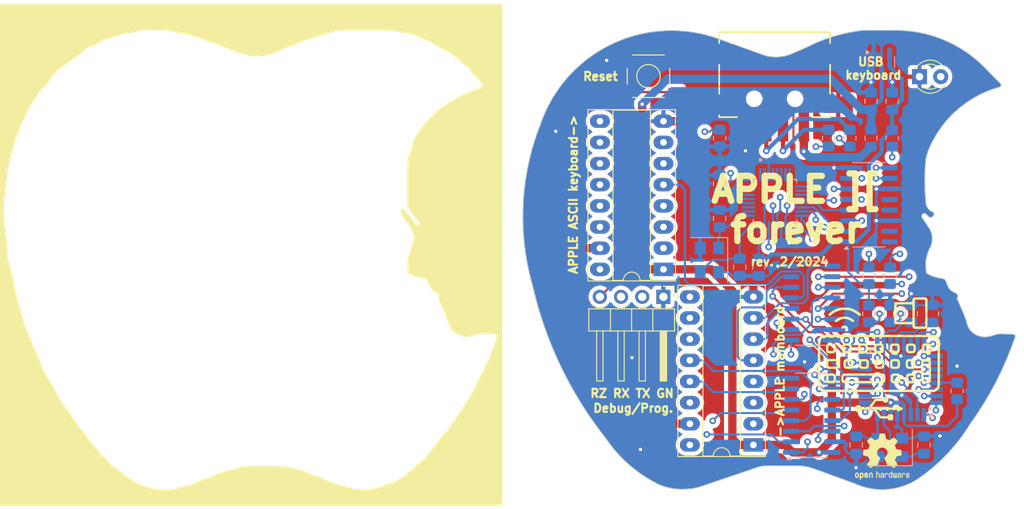
<source format=kicad_pcb>
(kicad_pcb (version 20240108) (generator "pcbnew") (generator_version "8.0")
  (title_block (comment 4 "AISLER Project ID: QHWLIVGQ"))
  (layers (0 "F.Cu" signal) (1 "In1.Cu" signal) (2 "In2.Cu" signal) (31 "B.Cu" signal) (34 "B.Paste" user) (35 "F.Paste" user) (36 "B.SilkS" user "B.Silkscreen") (37 "F.SilkS" user "F.Silkscreen") (38 "B.Mask" user) (39 "F.Mask" user) (44 "Edge.Cuts" user))
  (net 0 "")
  (net 1 "VCC")
  (net 2 "GND")
  (net 3 "+3V3")
  (net 4 "Net-(U7-VBCOMP)")
  (net 5 "Net-(U6-PB6{slash}XT1)")
  (net 6 "Net-(U6-PB7{slash}XT2)")
  (net 7 "Net-(U6-AREF)")
  (net 8 "Net-(U7-X0)")
  (net 9 "Net-(U7-X1)")
  (net 10 "Net-(D1-A)")
  (net 11 "Net-(J1-VBUS)")
  (net 12 "Net-(J1-D-)")
  (net 13 "Net-(J1-D+)")
  (net 14 "Net-(J2-Pin_2)")
  (net 15 "Net-(J2-Pin_3)")
  (net 16 "Net-(J2-Pin_4)")
  (net 17 "Net-(U3E-{slash}AB)")
  (net 18 "Net-(U7-D+)")
  (net 19 "Net-(U7-D-)")
  (net 20 "Net-(U6-SS{slash}PB2)")
  (net 21 "Net-(U6-PD7)")
  (net 22 "Net-(U6-PD6)")
  (net 23 "Net-(U6-PB1)")
  (net 24 "/KO.STRB")
  (net 25 "Net-(U1-{slash}RESET)")
  (net 27 "/KO.5")
  (net 28 "/KO.4")
  (net 29 "/KO.6")
  (net 31 "/KO.2")
  (net 32 "/KO.3")
  (net 33 "/KO.0")
  (net 34 "/KO.1")
  (net 36 "Net-(U1--12)")
  (net 38 "/KI.STRB")
  (net 40 "/KI.5")
  (net 41 "/KI.4")
  (net 42 "/KI.6")
  (net 44 "/KI.2")
  (net 45 "/KI.3")
  (net 46 "/KI.0")
  (net 47 "/KI.1")
  (net 50 "/KU.0")
  (net 51 "/KU.1")
  (net 52 "/KU.2")
  (net 53 "/KU.3")
  (net 54 "/KU.4")
  (net 55 "/KU.5")
  (net 56 "/KU.6")
  (net 57 "/KU.STRB")
  (net 58 "Net-(U7-SS)")
  (net 59 "Net-(U7-SCK)")
  (net 60 "Net-(U6-SCK{slash}PB5)")
  (net 61 "Net-(U7-MOSI)")
  (net 62 "Net-(U6-MOSI{slash}PB3)")
  (net 63 "Net-(U7-RES)")
  (net 68 "Net-(U6-PB0)")
  (net 69 "Net-(U6-MISO{slash}PB4)")
  (footprint "Symbol:OSHW-Logo2_7.3x6mm_SilkScreen" (layer "F.Cu") (at 197.6628 126.4412)
    (property "Reference" "REF**" (hide yes))
    (property "Value" "OSHW-Logo2_7.3x6mm_SilkScreen" (hide yes))
  )
  (footprint "Package_DIP:DIP-16_W7.62mm_Socket_LongPads" (layer "F.Cu") (at 171.418 103.954 180)
    (property "Reference" "U2" (hide yes))
    (property "Value" "KEYBOARD (IN)")
  )
  (footprint "LOGO" (layer "F.Cu") (at 197.104 117.5512)
    (property "Reference" "G***" (hide yes))
    (property "Value" "LOGO" (hide yes))
  )
  (footprint "Connector_PinHeader_2.54mm:PinHeader_1x04_P2.54mm_Horizontal" (layer "F.Cu") (at 171.408 107.256 -90)
    (property "Reference" "J2" (hide yes))
    (property "Value" "Debug" (hide yes))
  )
  (footprint "Apple:SW_PTS525SM15SMTR2LFS" (layer "F.Cu") (at 169.6212 80.772)
    (property "Reference" "SW1" (hide yes))
    (property "Value" "Reset" (hide yes))
  )
  (footprint "Package_DIP:DIP-16_W7.62mm_Socket_LongPads" (layer "F.Cu") (at 182.203 125.036 180)
    (property "Reference" "U1" (hide yes))
    (property "Value" "MAINBOARD (OUT)")
  )
  (footprint "LOGO" (layer "F.Cu") (at 121.92 102.176)
    (property "Reference" "G***" (hide yes))
    (property "Value" "LOGO" (hide yes))
  )
  (footprint "LED_THT:LED_D3.0mm" (layer "F.Cu") (at 202.1282 80.8228)
    (property "Reference" "D1" (hide yes))
    (property "Value" "LED" (hide yes))
  )
  (footprint "Apple:USB-A 629104190121" (layer "F.Cu") (at 184.753 80.586 180)
    (property "Reference" "J1" (hide yes))
    (property "Value" "USB-A 629104190121")
    (property "VALUE" "629104190121" (hide yes))
  )
  (footprint "Fuse:Fuse_0805_2012Metric_Pad1.15x1.40mm_HandSolder" (layer "B.Cu") (at 196.31 88.206 90)
    (property "Reference" "F1" (hide yes))
    (property "Value" "0.75A" (hide yes))
  )
  (footprint "Package_SO:SOIC-16_3.9x9.9mm_P1.27mm" (layer "B.Cu") (at 196.056 96.207)
    (property "Reference" "U5" (hide yes))
    (property "Value" "74x4050" (hide yes))
  )
  (footprint "Package_SO:SOIC-16_3.9x9.9mm_P1.27mm" (layer "B.Cu") (at 189.198 121.48)
    (property "Reference" "U3" (hide yes))
    (property "Value" "74x257" (hide yes))
  )
  (footprint "Capacitor_SMD:C_0805_2012Metric_Pad1.18x1.45mm_HandSolder" (layer "B.Cu") (at 182.848 103.7 90)
    (property "Reference" "C7" (hide yes))
    (property "Value" "100n" (hide yes))
  )
  (footprint "Resistor_SMD:R_0805_2012Metric_Pad1.20x1.40mm_HandSolder" (layer "B.Cu") (at 178.1556 88.1888 -90)
    (property "Reference" "R9" (hide yes))
    (property "Value" "2K2" (hide yes))
  )
  (footprint "Capacitor_SMD:C_0805_2012Metric_Pad1.18x1.45mm_HandSolder" (layer "B.Cu") (at 178.149 93.667 90)
    (property "Reference" "C3" (hide yes))
    (property "Value" "100n" (hide yes))
  )
  (footprint "Resistor_SMD:R_0805_2012Metric_Pad1.20x1.40mm_HandSolder" (layer "B.Cu") (at 198.596 109.288 90)
    (property "Reference" "R1" (hide yes))
    (property "Value" "2K2" (hide yes))
  )
  (footprint "Capacitor_SMD:C_0805_2012Metric_Pad1.18x1.45mm_HandSolder" (layer "B.Cu") (at 201.136 109.288 -90)
    (property "Reference" "C8" (hide yes))
    (property "Value" "100n" (hide yes))
  )
  (footprint "Apple:FA238" (layer "B.Cu") (at 198.596 125.29 180)
    (property "Reference" "Y2" (hide yes))
    (property "Value" "16Mhz" (hide yes))
  )
  (footprint "Capacitor_SMD:C_0805_2012Metric_Pad1.18x1.45mm_HandSolder" (layer "B.Cu") (at 202.66 125.036 90)
    (property "Reference" "C4" (hide yes))
    (property "Value" "22pF" (hide yes))
  )
  (footprint "Resistor_SMD:R_0805_2012Metric_Pad1.20x1.40mm_HandSolder" (layer "B.Cu") (at 191.23 88.206 -90)
    (property "Reference" "R3" (hide yes))
    (property "Value" "33" (hide yes))
  )
  (footprint "Apple:FA238" (layer "B.Cu") (at 176.879 102.811 -90)
    (property "Reference" "Y1" (hide yes))
    (property "Value" "12Mhz" (hide yes))
  )
  (footprint "Package_QFP:TQFP-32_7x7mm_P0.8mm" (layer "B.Cu") (at 199.866 117.162 90)
    (property "Reference" "U6" (hide yes))
    (property "Value" "ATMEGA328-TQFP" (hide yes))
  )
  (footprint "Package_SO:SOIC-16_3.9x9.9mm_P1.27mm" (layer "B.Cu") (at 189.198 108.018)
    (property "Reference" "U4" (hide yes))
    (property "Value" "74x257" (hide yes))
  )
  (footprint "Apple:max3421-TQFP" (layer "B.Cu") (at 184.789 95.763 -90)
    (property "Reference" "U7" (hide yes))
    (property "Value" "USB-Host Controller" (hide yes))
  )
  (footprint "Resistor_SMD:R_0805_2012Metric_Pad1.20x1.40mm_HandSolder" (layer "B.Cu") (at 198.596 104.716 -90)
    (property "Reference" "R7" (hide yes))
    (property "Value" "100" (hide yes))
  )
  (footprint "Capacitor_SMD:C_0805_2012Metric_Pad1.18x1.45mm_HandSolder" (layer "B.Cu") (at 198.85 83.761 90)
    (property "Reference" "C2" (hide yes))
    (property "Value" "10uF" (hide yes))
  )
  (footprint "Capacitor_SMD:C_0805_2012Metric_Pad1.18x1.45mm_HandSolder" (layer "B.Cu") (at 196.31 83.761 90)
    (property "Reference" "C1" (hide yes))
    (property "Value" "10uF" (hide yes))
  )
  (footprint "Resistor_SMD:R_0805_2012Metric_Pad1.20x1.40mm_HandSolder" (layer "B.Cu") (at 196.056 104.716 90)
    (property "Reference" "R4" (hide yes))
    (property "Value" "10k" (hide yes))
  )
  (footprint "Capacitor_SMD:C_0805_2012Metric_Pad1.18x1.45mm_HandSolder" (layer "B.Cu") (at 194.532 125.036 -90)
    (property "Reference" "C5" (hide yes))
    (property "Value" "22pF" (hide yes))
  )
  (footprint "Capacitor_SMD:C_0805_2012Metric_Pad1.18x1.45mm_HandSolder" (layer "B.Cu") (at 178.149 97.858 90)
    (property "Reference" "C9" (hide yes))
    (property "Value" "18pF" (hide yes))
  )
  (footprint "Package_TO_SOT_SMD:SOT-23" (layer "B.Cu") (at 197.58 79.062 -90)
    (property "Reference" "U8" (hide yes))
    (property "Value" "MCP1700x-3V3" (hide yes))
  )
  (footprint "Capacitor_SMD:C_0805_2012Metric_Pad1.18x1.45mm_HandSolder" (layer "B.Cu") (at 180.562 103.7 -90)
    (property "Reference" "C10" (hide yes))
    (property "Value" "18pF" (hide yes))
  )
  (footprint "Resistor_SMD:R_0805_2012Metric_Pad1.20x1.40mm_HandSolder" (layer "B.Cu") (at 206.629 118.559 90)
    (property "Reference" "R6" (hide yes))
    (property "Value" "10k" (hide yes))
  )
  (footprint "Resistor_SMD:R_0805_2012Metric_Pad1.20x1.40mm_HandSolder" (layer "B.Cu") (at 193.77 88.206 -90)
    (property "Reference" "R2" (hide yes))
    (property "Value" "33" (hide yes))
  )
  (footprint "Capacitor_SMD:C_0805_2012Metric_Pad1.18x1.45mm_HandSolder" (layer "B.Cu") (at 203.676 109.288 -90)
    (property "Reference" "C6" (hide yes))
    (property "Value" "100n" (hide yes))
  )
  (footprint "Resistor_SMD:R_0805_2012Metric_Pad1.20x1.40mm_HandSolder" (layer "B.Cu") (at 198.85 88.206 -90)
    (property "Reference" "R8" (hide yes))
    (property "Value" "2K2" (hide yes))
  )
  (footprint "Resistor_SMD:R_0805_2012Metric_Pad1.20x1.40mm_HandSolder" (layer "B.Cu") (at 196.056 109.288 -90)
    (property "Reference" "R5" (hide yes))
    (property "Value" "10k" (hide yes))
  )
  (gr_arc (start 187.448005 127.557622) (mid 188.52233 127.646803) (end 189.557999 127.946) (stroke (width 0.1)) (layer "Edge.Cuts"))
  (gr_arc (start 209.309675 111.949486) (mid 208.319914 111.365109) (end 207.808 110.336) (stroke (width 0.1)) (layer "Edge.Cuts"))
  (gr_arc (start 164.508 124.266) (mid 159.091735 115.596189) (end 155.718751 105.946085) (stroke (width 0.1)) (layer "Edge.Cuts"))
  (gr_arc (start 155.718751 105.946085) (mid 154.581047 96.137621) (end 156.673707 86.487694) (stroke (width 0.1)) (layer "Edge.Cuts"))
  (gr_arc (start 206.478 106.806) (mid 206.711579 107.093196) (end 206.638 107.456) (stroke (width 0.1)) (layer "Edge.Cuts"))
  (gr_line (start 203.118 98.756) (end 202.436921 97.715856) (stroke (width 0.1)) (layer "Edge.Cuts"))
  (gr_arc (start 204.822396 105.026399) (mid 205.049205 105.100226) (end 205.238 105.246) (stroke (width 0.1)) (layer "Edge.Cuts"))
  (gr_line (start 212.028657 111.693467) (end 213.338 111.726) (stroke (width 0.1)) (layer "Edge.Cuts"))
  (gr_arc (start 202.436921 97.715856) (mid 202.48387 97.373685) (end 202.81 97.26) (stroke (width 0.1)) (layer "Edge.Cuts"))
  (gr_arc (start 199.318 75.252) (mid 205.360721 76.534044) (end 210.361669 80.160149) (stroke (width 0.1)) (layer "Edge.Cuts"))
  (gr_arc (start 203.83 97.11) (mid 203.752073 97.587457) (end 203.286293 97.718176) (stroke (width 0.1)) (layer "Edge.Cuts"))
  (gr_arc (start 211.877868 81.676348) (mid 211.896799 81.919967) (end 211.725268 82.093996) (stroke (width 0.1)) (layer "Edge.Cuts"))
  (gr_arc (start 202.898 95.87) (mid 202.78 93.283) (end 202.898 90.696) (stroke (width 0.1)) (layer "Edge.Cuts"))
  (gr_arc (start 213.338 111.726) (mid 213.565987 111.829275) (end 213.608 112.076) (stroke (width 0.1)) (layer "Edge.Cuts"))
  (gr_line (start 203.058 97.476) (end 202.81 97.26) (stroke (width 0.1)) (layer "Edge.Cuts"))
  (gr_line (start 183.539229 78.247436) (end 177.738 76.166) (stroke (width 0.1)) (layer "Edge.Cuts"))
  (gr_arc (start 203.83 97.11) (mid 203.164193 96.640178) (end 202.898 95.87) (stroke (width 0.1)) (layer "Edge.Cuts"))
  (gr_line (start 187.448005 127.557622) (end 183.798 127.556) (stroke (width 0.1)) (layer "Edge.Cuts"))
  (gr_arc (start 208.24264 122.471962) (mid 205.538314 126.030472) (end 202.168 128.966) (stroke (width 0.1)) (layer "Edge.Cuts"))
  (gr_arc (start 213.608 112.076001) (mid 211.307522 117.471236) (end 208.24264 122.471962) (stroke (width 0.1)) (layer "Edge.Cuts"))
  (gr_line (start 205.238 105.246) (end 205.548 105.976) (stroke (width 0.1)) (layer "Edge.Cuts"))
  (gr_arc (start 186.858 78.036) (mid 185.21741 78.436738) (end 183.539229 78.247436) (stroke (width 0.1)) (layer "Edge.Cuts"))
  (gr_line (start 203.286293 97.718176) (end 203.058 97.476) (stroke (width 0.1)) (layer "Edge.Cuts"))
  (gr_line (start 202.928 104.006) (end 202.958 104.396) (stroke (width 0.1)) (layer "Edge.Cuts"))
  (gr_line (start 175.737999 130.096) (end 182.286859 127.873396) (stroke (width 0.1)) (layer "Edge.Cuts"))
  (gr_arc (start 175.737999 130.096) (mid 173.257683 130.361009) (end 170.829871 129.788385) (stroke (width 0.1)) (layer "Edge.Cuts"))
  (gr_arc (start 203.118 98.756) (mid 203.657574 100.090703) (end 203.334476 101.49362) (stroke (width 0.1)) (layer "Edge.Cuts"))
  (gr_line (start 203.163427 89.764109) (end 202.898 90.696) (stroke (width 0.1)) (layer "Edge.Cuts"))
  (gr_arc (start 202.928 104.006) (mid 202.946981 102.720001) (end 203.334476 101.49362) (stroke (width 0.1)) (layer "Edge.Cuts"))
  (gr_arc (start 203.163427 89.764109) (mid 206.543436 84.923398) (end 211.725268 82.093996) (stroke (width 0.1)) (layer "Edge.Cuts"))
  (gr_arc (start 170.82987 129.788384) (mid 167.309592 127.438558) (end 164.508 124.266) (stroke (width 0.1)) (layer "Edge.Cuts"))
  (gr_arc (start 156.673707 86.487694) (mid 165.071298 76.970689) (end 177.738 76.166) (stroke (width 0.1)) (layer "Edge.Cuts"))
  (gr_line (start 211.138001 111.816) (end 210.628 111.956) (stroke (width 0.1)) (layer "Edge.Cuts"))
  (gr_line (start 207.808 110.336) (end 207.558 109.576) (stroke (width 0.1)) (layer "Edge.Cuts"))
  (gr_arc (start 202.168 128.966) (mid 198.389734 130.374044) (end 194.412677 129.71001) (stroke (width 0.1)) (layer "Edge.Cuts"))
  (gr_line (start 211.877868 81.676348) (end 210.361669 80.160149) (stroke (width 0.1)) (layer "Edge.Cuts"))
  (gr_arc (start 206.306396 106.712234) (mid 205.851832 106.421753) (end 205.548 105.976) (stroke (width 0.1)) (layer "Edge.Cuts"))
  (gr_arc (start 211.138001 111.816) (mid 211.576464 111.704833) (end 212.028657 111.693467) (stroke (width 0.1)) (layer "Edge.Cuts"))
  (gr_arc (start 210.628 111.956) (mid 209.968325 112.05647) (end 209.309675 111.949486) (stroke (width 0.1)) (layer "Edge.Cuts"))
  (gr_line (start 206.306396 106.712234) (end 206.478 106.806) (stroke (width 0.1)) (layer "Edge.Cuts"))
  (gr_arc (start 182.286859 127.873396) (mid 183.027494 127.64359) (end 183.797999 127.556) (stroke (width 0.1)) (layer "Edge.Cuts"))
  (gr_line (start 206.638 107.456) (end 207.558 109.576) (stroke (width 0.1)) (layer "Edge.Cuts"))
  (gr_line (start 194.412677 129.71001) (end 189.557999 127.946) (stroke (width 0.1)) (layer "Edge.Cuts"))
  (gr_arc (start 188.786615 77.184223) (mid 191.976536 75.927359) (end 195.337964 75.252) (stroke (width 0.1)) (layer "Edge.Cuts"))
  (gr_line (start 186.858 78.036) (end 188.786615 77.184223) (stroke (width 0.1)) (layer "Edge.Cuts"))
  (gr_arc (start 204.822396 105.026399) (mid 203.852107 104.823856) (end 202.958 104.396) (stroke (width 0.1)) (layer "Edge.Cuts"))
  (gr_line (start 199.318 75.252) (end 195.337964 75.252) (stroke (width 0.1)) (layer "Edge.Cuts"))
  (gr_text "rev. 2/2024" (at 181.737 103.632 0) (layer "F.SilkS") (effects (font (size 1 1) (thickness 0.25) (bold yes)) (justify left bottom)))
  (gr_text "APPLE ASCII keyboard->" (at 161.1884 104.648 90) (layer "F.SilkS") (effects (font (size 1 1) (thickness 0.25) (bold yes)) (justify left bottom)))
  (gr_text "RZ RX TX GN" (at 162.5092 119.4308 0) (layer "F.SilkS") (effects (font (size 1 1) (thickness 0.25) (bold yes)) (justify left bottom)))
  (gr_text "  USB \nkeyboard" (at 193.0908 81.2292 0) (layer "F.SilkS") (effects (font (size 1 1) (thickness 0.25) (bold yes)) (justify left bottom)))
  (gr_text "APPLE ][\n forever" (at 176.784 100.965 0) (layer "F.SilkS") (effects (font (size 3 3) (thickness 0.75) (bold yes)) (justify left bottom)))
  (gr_text "Debug/Prog." (at 162.8648 121.2088 0) (layer "F.SilkS") (effects (font (size 1 1) (thickness 0.25) (bold yes)) (justify left bottom)))
  (gr_text "Reset" (at 161.6456 81.3816 0) (layer "F.SilkS") (effects (font (size 1 1) (thickness 0.25) (bold yes)) (justify left bottom)))
  (gr_text "->APPLE mainboard" (at 185.9788 124.206 90) (layer "F.SilkS") (effects (font (size 1 1) (thickness 0.25) (bold yes)) (justify left bottom)))
  (segment (start 191.611 124.401) (end 191.611 119.956) (width 1) (layer "F.Cu") (net 1))
  (segment (start 191.611 119.956) (end 191.611 113.987) (width 1) (layer "F.Cu") (net 1))
  (segment (start 182.203 125.036) (end 180.408 125.036) (width 1) (layer "F.Cu") (net 1))
  (segment (start 190.087 125.925) (end 186.912 125.925) (width 1) (layer "F.Cu") (net 1))
  (segment (start 168.8592 84.1248) (end 168.8592 103.2256) (width 1) (layer "F.Cu") (net 1))
  (segment (start 180.408 125.036) (end 179.6796 124.3076) (width 1) (layer "F.Cu") (net 1))
  (segment (start 168.8592 103.2256) (end 169.5876 103.954) (width 1) (layer "F.Cu") (net 1))
  (segment (start 198.666 119.956) (end 191.611 119.956) (width 1) (layer "F.Cu") (net 1))
  (segment (start 191.611 113.987) (end 190.087 112.463) (width 1) (layer "F.Cu") (net 1))
  (segment (start 169.5876 103.954) (end 171.418 103.954) (width 1) (layer "F.Cu") (net 1))
  (segment (start 186.912 125.925) (end 186.023 125.036) (width 1) (layer "F.Cu") (net 1))
  (segment (start 177.106 103.954) (end 171.418 103.954) (width 1) (layer "F.Cu") (net 1))
  (segment (start 179.6796 106.5276) (end 177.106 103.954) (width 1) (layer "F.Cu") (net 1))
  (segment (start 179.6796 124.3076) (end 179.6796 106.5276) (width 1) (layer "F.Cu") (net 1))
  (segment (start 186.023 125.036) (end 182.203 125.036) (width 1) (layer "F.Cu") (net 1))
  (segment (start 190.087 125.925) (end 191.611 124.401) (width 1) (layer "F.Cu") (net 1))
  (via (at 168.8592 84.1248) (size 0.8) (drill 0.4) (layers "F.Cu" "B.Cu") (net 1))
  (via (at 190.087 112.463) (size 0.8) (drill 0.4) (layers "F.Cu" "B.Cu") (net 1))
  (via (at 190.087 125.925) (size 0.8) (drill 0.4) (layers "F.Cu" "B.Cu") (net 1))
  (via (at 198.666 119.956) (size 0.8) (drill 0.4) (layers "F.Cu" "B.Cu") (net 1))
  (segment (start 198.666 121.412) (end 198.666 119.956) (width 0.5) (layer "B.Cu") (net 1))
  (segment (start 199.195 111.32) (end 200.1895 110.3255) (width 0.25) (layer "B.Cu") (net 1))
  (segment (start 197.866 119.156) (end 198.666 119.956) (width 0.25) (layer "B.Cu") (net 1))
  (segment (start 196.31 84.7985) (end 196.31 87.181) (width 1) (layer "B.Cu") (net 1))
  (segment (start 200.266 122.462) (end 200.554 122.75) (width 0.25) (layer "B.Cu") (net 1))
  (segment (start 200.266 121.412) (end 200.266 122.462) (width 0.25) (layer "B.Cu") (net 1))
  (segment (start 199.985 119.956) (end 200.266 120.237) (width 0.5) (layer "B.Cu") (net 1))
  (segment (start 200.554 122.75) (end 205.454 122.75) (width 0.25) (layer "B.Cu") (net 1))
  (segment (start 198.666 119.956) (end 199.985 119.956) (width 0.5) (layer "B.Cu") (net 1))
  (segment (start 198.408 111.32) (end 199.195 111.32) (width 0.25) (layer "B.Cu") (net 1))
  (segment (start 200.266 121.412) (end 200.266 120.356) (width 0.5) (layer "B.Cu") (net 1))
  (segment (start 191.673 125.925) (end 190.087 125.925) (width 0.5) (layer "B.Cu") (net 1))
  (segment (start 200.266 120.356) (end 200.266 121.412) (width 0.5) (layer "B.Cu") (net 1))
  (segment (start 171.9072 81.0768) (end 191.4652 81.0768) (width 1) (layer "B.Cu") (net 1))
  (segment (start 197.866 112.912) (end 197.866 119.156) (width 0.25) (layer "B.Cu") (net 1))
  (segment (start 197.866 112.912) (end 197.866 111.862) (width 0.25) (layer "B.Cu") (net 1))
  (segment (start 195.1869 84.7985) (end 196.31 84.7985) (width 1) (layer "B.Cu") (net 1))
  (segment (start 197.58 83.5285) (end 196.31 84.7985) (width 0.5) (layer "B.Cu") (net 1))
  (segment (start 205.454 122.75) (end 206.629 121.575) (width 0.25) (layer "B.Cu") (net 1))
  (segment (start 200.1895 110.3255) (end 201.136 110.3255) (width 0.25) (layer "B.Cu") (net 1))
  (segment (start 190.087 112.463) (end 191.673 112.463) (width 0.5) (layer "B.Cu") (net 1))
  (segment (start 197.58 79.9995) (end 197.58 83.5285) (width 0.5) (layer "B.Cu") (net 1))
  (segment (start 191.4652 81.0768) (end 195.1869 84.7985) (width 1) (layer "B.Cu") (net 1))
  (segment (start 168.8592 84.1248) (end 171.9072 81.0768) (width 1) (layer "B.Cu") (net 1))
  (segment (start 206.629 121.575) (end 206.629 119.559) (width 0.25) (layer "B.Cu") (net 1))
  (segment (start 200.266 120.237) (end 200.266 120.356) (width 0.5) (layer "B.Cu") (net 1))
  (segment (start 197.866 111.862) (end 198.408 111.32) (width 0.25) (layer "B.Cu") (net 1))
  (segment (start 181.253 86.866) (end 181.253 89.73) (width 1) (layer "F.Cu") (net 2))
  (segment (start 173.0928 86.174) (end 171.418 86.174) (width 1) (layer "F.Cu") (net 2))
  (segment (start 186.368 117.035) (end 185.134 117.035) (width 1) (layer "F.Cu") (net 2))
  (segment (start 164.6124 78.872) (end 166.4212 78.872) (width 0.25) (layer "F.Cu") (net 2))
  (segment (start 178.149 91.2302) (end 173.0928 86.174) (width 1) (layer "F.Cu") (net 2))
  (segment (start 164.6124 78.872) (end 164.6836 78.9432) (width 0.25) (layer "F.Cu") (net 2))
  (segment (start 182.203 107.256) (end 182.203 105.876) (width 1) (layer "F.Cu") (net 2))
  (segment (start 182.203 105.876) (end 178.149 101.822) (width 1) (layer "F.Cu") (net 2))
  (segment (start 188.341 115.062) (end 186.368 117.035) (width 1) (layer "F.Cu") (net 2))
  (segment (start 178.149 101.822) (end 178.149 91.2302) (width 1) (layer "F.Cu") (net 2))
  (via (at 158.496 87.376) (size 0.8) (drill 0.4) (layers "F.Cu" "B.Cu") (net 2))
  (via (at 185.134 103.573) (size 0.8) (drill 0.4) (layers "F.Cu" "B.Cu") (net 2))
  (via (at 204.5716 123.952) (size 0.8) (drill 0.4) (layers "F.Cu" "B.Cu") (net 2))
  (via (at 199.898 114.368) (size 0.8) (drill 0.4) (layers "F.Cu" "B.Cu") (net 2))
  (via (at 167.64 114.554) (size 0.8) (drill 0.4) (layers "F.Cu" "B.Cu") (net 2))
  (via (at 194.5132 127.762) (size 0.8) (drill 0.4) (layers "F.Cu" "B.Cu") (net 2))
  (via (at 206.629 115.57) (size 0.8) (drill 0.4) (layers "F.Cu" "B.Cu") (net 2))
  (via (at 188.341 115.062) (size 0.8) (drill 0.4) (layers "F.Cu" "B.Cu") (net 2))
  (via (at 185.134 117.035) (size 0.8) (drill 0.4) (layers "F.Cu" "B.Cu") (net 2))
  (via (at 186.4868 100.7872) (size 0.8) (drill 0.4) (layers "F.Cu" "B.Cu") (net 2))
  (via (at 198.85 81.475) (size 0.8) (drill 0.4) (layers "F.Cu" "B.Cu") (net 2))
  (via (at 191.865 91.762) (size 0.8) (drill 0.4) (layers "F.Cu" "B.Cu") (net 2))
  (via (at 199.993 119.067) (size 0.8) (drill 0.4) (layers "F.Cu" "B.Cu") (net 2))
  (via (at 164.6124 78.872) (size 0.8) (drill 0.4) (layers "F.Cu" "B.Cu") (net 2))
  (via (at 181.253 89.73) (size 0.8) (drill 0.4) (layers "F.Cu" "B.Cu") (net 2))
  (via (at 168.656 125.5776) (size 0.8) (drill 0.4) (layers "F.Cu" "B.Cu") (net 2))
  (via (at 196.945 98.112) (size 0.8) (drill 0.4) (layers "F.Cu" "B.Cu") (net 2))
  (via (at 196.31 81.475) (size 0.8) (drill 0.4) (layers "F.Cu" "B.Cu") (net 2))
  (via (at 201.136 106.875) (size 0.8) (drill 0.4) (layers "F.Cu" "B.Cu") (net 2))
  (via (at 196.945 94.302) (size 0.8) (drill 0.4) (layers "F.Cu" "B.Cu") (net 2))
  (via (at 193.389 111.193) (size 0.8) (drill 0.4) (layers "F.Cu" "B.Cu") (net 2))
  (segment (start 195.442 126.074) (end 195.8 126.431) (width 0.25) (layer "B.Cu") (net 2))
  (segment (start 201.1365 108.25) (end 201.136 108.25) (width 0.25) (layer "B.Cu") (net 2))
  (segment (start 185.134 103.573) (end 183.97 104.738) (width 0.25) (layer "B.Cu") (net 2))
  (segment (start 193.262 125.671) (end 193.262 125.036) (width 0.25) (layer "B.Cu") (net 2))
  (segment (start 192.881 124.655) (end 191.673 124.655) (width 0.25) (layer "B.Cu") (net 2))
  (segment (start 193.262 125.036) (end 192.881 124.655) (width 0.25) (layer "B.Cu") (net 2))
  (segment (start 198.85 82.7235) (end 198.85 81.475) (width 0.5) (layer "B.Cu") (net 2))
  (segment (start 176.6824 92.6295) (end 176.6824 96.842) (width 0.25) (layer "B.Cu") (net 2))
  (segment (start 201.136 108.25) (end 198.634 108.25) (width 0.25) (layer "B.Cu") (net 2))
  (segment (start 191.673 111.193) (end 193.389 111.193) (width 0.25) (layer "B.Cu") (net 2))
  (segment (start 196.63 78.1245) (end 196.63 79.5675) (width 0.5) (layer "B.Cu") (net 2))
  (segment (start 198.531 94.302) (end 196.945 94.302) (width 0.25) (layer "B.Cu") (net 2))
  (segment (start 176.6824 96.842) (end 176.7039 96.8205) (width 0.25) (layer "B.Cu") (net 2))
  (segment (start 175.82 99.9224) (end 175.82 101.394) (width 0.25) (layer "B.Cu") (net 2))
  (segment (start 198.634 108.25) (end 198.596 108.288) (width 0.25) (layer "B.Cu") (net 2))
  (segment (start 202.6605 123.998) (end 201.666 123.998) (width 0.25) (layer "B.Cu") (net 2))
  (segment (start 201.433 124.231) (end 200.013 124.231) (width 0.25) (layer "B.Cu") (net 2))
  (segment (start 196.63 79.5675) (end 196.31 79.8875) (width 0.5) (layer "B.Cu") (net 2))
  (segment (start 178.149 92.6295) (end 176.6824 92.6295) (width 0.25) (layer "B.Cu") (net 2))
  (segment (start 183.7944 90.932) (end 182.455 90.932) (width 0.25) (layer "B.Cu") (net 2))
  (segment (start 202.6605 123.998) (end 202.66 123.9985) (width 0.25) (layer "B.Cu") (net 2))
  (segment (start 176.7039 96.8205) (end 178.149 96.8205) (width 0.25) (layer "B.Cu") (net 2))
  (segment (start 196.31 82.7235) (end 196.31 81.475) (width 0.5) (layer "B.Cu") (net 2))
  (segment (start 183.97 104.738) (end 182.8475 104.738) (width 0.25) (layer "B.Cu") (net 2))
  (segment (start 182.455 90.932) (end 181.253 89.73) (width 0.25) (layer "B.Cu") (net 2))
  (segment (start 199.993 119.067) (end 201.066 120.14) (width 0.25) (layer "B.Cu") (net 2))
  (segment (start 193.664 126.074) (end 193.262 125.671) (width 0.25) (layer "B.Cu") (net 2))
  (segment (start 179.251 104.294) (end 178.02 104.294) (width 0.25) (layer "B.Cu") (net 2))
  (segment (start 199.466 121.412) (end 199.466 122.604) (width 0.25) (layer "B.Cu") (net 2))
  (segment (start 184.039 91.1766) (end 183.7944 90.932) (width 0.25) (layer "B.Cu") (net 2))
  (segment (start 200.266 114) (end 200.266 112.912) (width 0.25) (layer "B.Cu") (net 2))
  (segment (start 201.666 123.998) (end 201.433 124.231) (width 0.25) (layer "B.Cu") (net 2))
  (segment (start 193.581 91.762) (end 191.865 91.762) (width 0.25) (layer "B.Cu") (net 2))
  (segment (start 194.5132 127.762) (end 194.532 127.7432) (width 0.25) (layer "B.Cu") (net 2))
  (segment (start 201.1365 108.25) (end 201.136 108.2505) (width 0.25) (layer "B.Cu") (net 2))
  (segment (start 204.5716 123.952) (end 204.5256 123.998) (width 0.25) (layer "B.Cu") (net 2))
  (segment (start 179.694 104.738) (end 179.251 104.294) (width 0.25) (layer "B.Cu") (net 2))
  (segment (start 199.466 122.604) (end 200.013 123.151) (width 0.25) (layer "B.Cu") (net 2))
  (segment (start 198.531 98.112) (end 196.945 98.112) (width 0.25) (layer "B.Cu") (net 2))
  (segment (start 180.5625 104.738) (end 180.562 104.7375) (width 0.25) (layer "B.Cu") (net 2))
  (segment (start 180.5625 104.738) (end 179.694 104.738) (width 0.25) (layer "B.Cu") (net 2))
  (segment (start 194.532 127.7432) (end 194.532 126.074) (width 0.25) (layer "B.Cu") (net 2))
  (segment (start 176.6824 96.842) (end 176.6824 99.06) (width 0.25) (layer "B.Cu") (net 2))
  (segment (start 194.5325 126.074) (end 195.442 126.074) (width 0.25) (layer "B.Cu") (net 2))
  (segment (start 203.6755 108.25) (end 201.1365 108.25) (width 0.25) (layer "B.Cu") (net 2))
  (segment (start 184.039 92.583) (end 184.039 91.1766) (width 0.25) (layer "B.Cu") (net 2))
  (segment (start 201.066 120.14) (end 201.066 121.412) (width 0.25) (layer "B.Cu") (net 2))
  (segment (start 194.532 126.074) (end 193.664 126.074) (width 0.25) (layer "B.Cu") (net 2))
  (segment (start 178.149 92.6295) (end 178.149 91.5482) (width 0.25) (layer "B.Cu") (net 2))
  (segment (start 176.6824 99.06) (end 175.82 99.9224) (width 0.25) (layer "B.Cu") (net 2))
  (segment (start 182.8475 104.738) (end 182.848 104.7375) (width 0.25) (layer "B.Cu") (net 2))
  (segment (start 204.5256 123.998) (end 202.6605 123.998) (width 0.25) (layer "B.Cu") (net 2))
  (segment (start 186.723 103.573) (end 185.134 103.573) (width 0.25) (layer "B.Cu") (net 2))
  (segment (start 178.149 91.5482) (end 179.9672 89.73) (width 0.25) (layer "B.Cu") (net 2))
  (segment (start 201.136 108.25) (end 201.136 106.875) (width 0.25) (layer "B.Cu") (net 2))
  (segment (start 186.4868 100.7872) (end 185.7756 100.7872) (width 0.25) (layer "B.Cu") (net 2))
  (segment (start 195.8 126.431) (end 197.113 126.431) (width 0.25) (layer "B.Cu") (net 2))
  (segment (start 200.013 123.151) (end 200.013 124.231) (width 0.25) (layer "B.Cu") (net 2))
  (segment (start 203.676 108.25) (end 203.6755 108.25) (width 0.25) (layer "B.Cu") (net 2))
  (segment (start 185.7756 100.7872) (end 185.539 100.5506) (width 0.25) (layer "B.Cu") (net 2))
  (segment (start 196.31 79.8875) (end 196.31 81.475) (width 0.5) (layer "B.Cu") (net 2))
  (segment (start 179.9672 89.73) (end 181.253 89.73) (width 0.25) (layer "B.Cu") (net 2))
  (segment (start 185.134 117.035) (end 186.723 117.035) (width 0.25) (layer "B.Cu") (net 2))
  (segment (start 194.5325 126.074) (end 194.532 126.0735) (width 0.25) (layer "B.Cu") (net 2))
  (segment (start 185.539 100.5506) (end 185.539 98.943) (width 0.25) (layer "B.Cu") (net 2))
  (segment (start 194.532 126.074) (end 194.5325 126.074) (width 0.25) (layer "B.Cu") (net 2))
  (segment (start 182.8475 104.738) (end 180.5625 104.738) (width 0.25) (layer "B.Cu") (net 2))
  (segment (start 199.898 114.368) (end 200.266 114) (width 0.25) (layer "B.Cu") (net 2))
  (segment (start 203.6755 108.25) (end 203.676 108.2505) (width 0.25) (layer "B.Cu") (net 2))
  (segment (start 191.865 100.652) (end 190.341 102.176) (width 0.5) (layer "B.Cu") (net 3))
  (segment (start 198.53 79.631) (end 200.025 81.126) (width 0.5) (layer "B.Cu") (net 3))
  (segment (start 196.056 105.716) (end 196.056 108.288) (width 0.25) (layer "B.Cu") (net 3))
  (segment (start 197.58 89.857) (end 196.056 91.381) (width 0.5) (layer "B.Cu") (net 3))
  (segment (start 193.581 104.273) (end 193.581 100.652) (width 0.25) (layer "B.Cu") (net 3))
  (segment (start 182.8485 102.662) (end 182.848 102.662) (width 0.5) (layer "B.Cu") (net 3))
  (segment (start 195.024 105.716) (end 193.581 104.273) (width 0.25) (layer "B.Cu") (net 3))
  (segment (start 183.539 100.433) (end 182.848 101.124) (width 0.25) (layer "B.Cu") (net 3))
  (segment (start 183.886 102.662) (end 182.8485 102.662) (width 0.5) (layer "B.Cu") (net 3))
  (segment (start 200.025 83.6235) (end 198.85 84.7985) (width 0.5) (layer "B.Cu") (net 3))
  (segment (start 183.539 98.943) (end 183.539 92.583) (width 0.25) (layer "B.Cu") (net 3))
  (segment (start 194.532 100.652) (end 193.581 100.652) (width 0.5) (layer "B.Cu") (net 3))
  (segment (start 184.372 102.176) (end 183.886 102.662) (width 0.5) (layer "B.Cu") (net 3))
  (segment (start 198.53 78.1245) (end 198.53 79.631) (width 0.5) (layer "B.Cu") (net 3))
  (segment (start 198.85 87.206) (end 197.58 88.476) (width 0.5) (layer "B.Cu") (net 3))
  (segment (start 196.056 91.381) (end 196.056 99.128) (width 0.5) (layer "B.Cu") (net 3))
  (segment (start 193.581 100.652) (end 191.865 100.652) (width 0.5) (layer "B.Cu") (net 3))
  (segment (start 200.025 81.126) (end 200.025 83.6235) (width 0.5) (layer "B.Cu") (net 3))
  (segment (start 190.341 102.176) (end 184.372 102.176) (width 0.5) (layer "B.Cu") (net 3))
  (segment (start 182.848 101.124) (end 182.848 102.6625) (width 0.25) (layer "B.Cu") (net 3))
  (segment (start 197.58 88.476) (end 197.58 89.857) (width 0.5) (layer "B.Cu") (net 3))
  (segment (start 183.539 98.943) (end 183.539 100.433) (width 0.25) (layer "B.Cu") (net 3))
  (segment (start 196.056 105.716) (end 195.024 105.716) (width 0.25) (layer "B.Cu") (net 3))
  (segment (start 196.056 99.128) (end 194.532 100.652) (width 0.5) (layer "B.Cu") (net 3))
  (segment (start 198.85 84.7985) (end 198.85 87.206) (width 0.5) (layer "B.Cu") (net 3))
  (segment (start 182.8485 102.662) (end 182.848 102.6625) (width 0.25) (layer "B.Cu") (net 3))
  (via (at 179.474 92.4068) (size 0.8) (drill 0.4) (layers "F.Cu" "B.Cu") (net 4))
  (via (at 184.024095 101.268705) (size 0.8) (drill 0.4) (layers "F.Cu" "B.Cu") (net 4))
  (segment (start 184.039 98.943) (end 184.039 101.2538) (width 0.25) (layer "B.Cu") (net 4))
  (segment (start 178.149 94.7045) (end 178.254 94.7045) (width 0.25) (layer "B.Cu") (net 4))
  (segment (start 178.149 94.7045) (end 179.474 93.3795) (width 0.25) (layer "B.Cu") (net 4))
  (segment (start 179.474 93.3795) (end 179.474 92.4068) (width 0.25) (layer "B.Cu") (net 4))
  (segment (start 184.039 101.2538) (end 184.024095 101.268705) (width 0.25) (layer "B.Cu") (net 4))
  (segment (start 202.66 126.074) (end 202.6595 126.074) (width 0.25) (layer "B.Cu") (net 5))
  (segment (start 197.866 121.412) (end 197.866 122.655) (width 0.25) (layer "B.Cu") (net 5))
  (segment (start 197.866 122.655) (end 198.596 123.385) (width 0.25) (layer "B.Cu") (net 5))
  (segment (start 201.263 126.433) (end 201.261 126.431) (width 0.25) (layer "B.Cu") (net 5))
  (segment (start 202.6595 126.074) (end 202.66 126.0735) (width 0.25) (layer "B.Cu") (net 5))
  (segment (start 198.596 123.385) (end 198.596 125.014) (width 0.25) (layer "B.Cu") (net 5))
  (segment (start 201.261 126.431) (end 200.013 126.431) (width 0.25) (layer "B.Cu") (net 5))
  (segment (start 202.6595 126.074) (end 201.622 126.074) (width 0.25) (layer "B.Cu") (net 5))
  (segment (start 198.596 125.014) (end 200.013 126.431) (width 0.25) (layer "B.Cu") (net 5))
  (segment (start 201.622 126.074) (end 201.263 126.433) (width 0.25) (layer "B.Cu") (net 5))
  (segment (start 197.113 124.231) (end 197.113 122.918) (width 0.25) (layer "B.Cu") (net 6))
  (segment (start 194.532 123.998) (end 195.526 123.998) (width 0.25) (layer "B.Cu") (net 6))
  (segment (start 195.526 123.998) (end 195.759 124.231) (width 0.25) (layer "B.Cu") (net 6))
  (segment (start 194.532 123.8185) (end 194.532 123.9985) (width 0.25) (layer "B.Cu") (net 6))
  (segment (start 197.113 122.918) (end 197.066 122.871) (width 0.25) (layer "B.Cu") (net 6))
  (segment (start 194.532 123.8185) (end 194.532 123.998) (width 0.25) (layer "B.Cu") (net 6))
  (segment (start 197.066 122.871) (end 197.066 121.412) (width 0.25) (layer "B.Cu") (net 6))
  (segment (start 195.759 124.231) (end 197.113 124.231) (width 0.25) (layer "B.Cu") (net 6))
  (segment (start 194.532 123.639) (end 194.532 123.8185) (width 0.25) (layer "B.Cu") (net 6))
  (segment (start 201.588 111.506) (end 202.66 110.434) (width 0.25) (layer "B.Cu") (net 7))
  (segment (start 202.66 110.434) (end 202.66 110.431) (width 0.25) (layer "B.Cu") (net 7))
  (segment (start 199.466 111.974) (end 199.934 111.506) (width 0.25) (layer "B.Cu") (net 7))
  (segment (start 203.6755 110.326) (end 203.676 110.3255) (width 0.25) (layer "B.Cu") (net 7))
  (segment (start 202.766 110.326) (end 203.6755 110.326) (width 0.25) (layer "B.Cu") (net 7))
  (segment (start 202.66 110.431) (end 202.766 110.326) (width 0.25) (layer "B.Cu") (net 7))
  (segment (start 203.6755 110.326) (end 203.676 110.326) (width 0.25) (layer "B.Cu") (net 7))
  (segment (start 199.934 111.506) (end 201.588 111.506) (width 0.25) (layer "B.Cu") (net 7))
  (segment (start 199.466 112.912) (end 199.466 111.974) (width 0.25) (layer "B.Cu") (net 7))
  (segment (start 178.022 101.392) (end 178.022 100.144) (width 0.25) (layer "B.Cu") (net 8))
  (segment (start 180.5154 97.513) (end 179.1329 98.8955) (width 0.25) (layer "B.Cu") (net 8))
  (segment (start 178.022 100.144) (end 178.149 100.017) (width 0.25) (layer "B.Cu") (net 8))
  (segment (start 179.1329 98.8955) (end 178.149 98.8955) (width 0.25) (layer "B.Cu") (net 8))
  (segment (start 178.149 100.017) (end 178.149 98.8955) (width 0.25) (layer "B.Cu") (net 8))
  (segment (start 178.02 101.394) (end 178.022 101.392) (width 0.25) (layer "B.Cu") (net 8))
  (segment (start 181.609 97.513) (end 180.5154 97.513) (width 0.25) (layer "B.Cu") (net 8))
  (segment (start 180.5615 102.662) (end 180.562 102.6625) (width 0.25) (layer "B.Cu") (net 9))
  (segment (start 179.405 102.662) (end 180.5615 102.662) (width 0.25) (layer "B.Cu") (net 9))
  (segment (start 180.562 102.662) (end 180.5615 102.662) (width 0.25) (layer "B.Cu") (net 9))
  (segment (start 181.6762 98.943) (end 180.562 100.0572) (width 0.25) (layer "B.Cu") (net 9))
  (segment (start 183.039 98.943) (end 181.6762 98.943) (width 0.25) (layer "B.Cu") (net 9))
  (segment (start 180.562 100.0572) (end 180.562 102.662) (width 0.25) (layer "B.Cu") (net 9))
  (segment (start 175.82 104.294) (end 177.2948 102.8192) (width 0.25) (layer "B.Cu") (net 9))
  (segment (start 177.2948 102.8192) (end 179.2478 102.8192) (width 0.25) (layer "B.Cu") (net 9))
  (segment (start 179.2478 102.8192) (end 179.405 102.662) (width 0.25) (layer "B.Cu") (net 9))
  (via (at 199.771 102.108) (size 0.8) (drill 0.4) (layers "F.Cu" "B.Cu") (net 10))
  (segment (start 198.596 102.648) (end 198.596 103.716) (width 0.25) (layer "B.Cu") (net 10))
  (segment (start 199.771 102.108) (end 199.136 102.108) (width 0.25) (layer "B.Cu") (net 10))
  (segment (start 199.136 102.108) (end 198.596 102.648) (width 0.25) (layer "B.Cu") (net 10))
  (segment (start 188.253 89.801) (end 188.253 86.866) (width 1) (layer "F.Cu") (net 11))
  (via (at 188.253 89.801) (size 0.8) (drill 0.4) (layers "F.Cu" "B.Cu") (net 11))
  (segment (start 195.035 90.506) (end 196.31 89.231) (width 1) (layer "B.Cu") (net 11))
  (segment (start 188.958 90.506) (end 195.035 90.506) (width 1) (layer "B.Cu") (net 11))
  (segment (start 188.253 89.801) (end 188.958 90.506) (width 1) (layer "B.Cu") (net 11))
  (segment (start 185.753 89.73) (end 185.753 86.866) (width 0.5) (layer "F.Cu") (net 12))
  (via (at 185.753 89.73) (size 0.8) (drill 0.4) (layers "F.Cu" "B.Cu") (net 12))
  (segment (start 185.753 89.73) (end 188.277 87.206) (width 0.5) (layer "B.Cu") (net 12))
  (segment (start 188.277 87.206) (end 191.23 87.206) (width 0.5) (layer "B.Cu") (net 12))
  (segment (start 183.753 89.73) (end 183.753 86.866) (width 0.5) (layer "F.Cu") (net 13))
  (via (at 183.753 89.73) (size 0.8) (drill 0.4) (layers "F.Cu" "B.Cu") (net 13))
  (segment (start 187.5802 85.9028) (end 192.4668 85.9028) (width 0.5) (layer "B.Cu") (net 13))
  (segment (start 183.753 89.73) (end 187.5802 85.9028) (width 0.5) (layer "B.Cu") (net 13))
  (segment (start 192.4668 85.9028) (end 193.77 87.206) (width 0.5) (layer "B.Cu") (net 13))
  (via (at 202.692 119.162) (size 0.8) (drill 0.4) (layers "F.Cu" "B.Cu") (net 14))
  (segment (start 202.692 119.162) (end 204.116 119.162) (width 0.25) (layer "B.Cu") (net 14))
  (via (at 202.025 118.362) (size 0.8) (drill 0.4) (layers "F.Cu" "B.Cu") (net 15))
  (segment (start 202.025 118.362) (end 204.116 118.362) (width 0.25) (layer "B.Cu") (net 15))
  (segment (start 167.7416 83.6168) (end 168.6864 82.672) (width 0.25) (layer "F.Cu") (net 16))
  (segment (start 167.7416 103.3024) (end 167.7416 83.6168) (width 0.25) (layer "F.Cu") (net 16))
  (segment (start 172.8212 82.672) (end 168.6864 82.672) (width 0.25) (layer "F.Cu") (net 16))
  (segment (start 163.788 107.256) (end 167.7416 103.3024) (width 0.25) (layer "F.Cu") (net 16))
  (via (at 202.66 117.562) (size 0.8) (drill 0.4) (layers "F.Cu" "B.Cu") (net 16))
  (segment (start 206.626 117.562) (end 204.116 117.562) (width 0.25) (layer "B.Cu") (net 16))
  (segment (start 202.66 117.562) (end 204.116 117.562) (width 0.25) (layer "B.Cu") (net 16))
  (segment (start 206.629 117.559) (end 206.626 117.562) (width 0.25) (layer "B.Cu") (net 16))
  (via (at 199.866 109.288) (size 0.8) (drill 0.4) (layers "F.Cu" "B.Cu") (net 17))
  (via (at 186.7154 114.1604) (size 0.8) (drill 0.4) (layers "F.Cu" "B.Cu") (net 17))
  (via (at 195.616 121.056) (size 0.8) (drill 0.4) (layers "F.Cu" "B.Cu") (net 17))
  (via (at 188.69 124.655) (size 0.8) (drill 0.4) (layers "F.Cu" "B.Cu") (net 17))
  (segment (start 188.146 125.925) (end 186.723 125.925) (width 0.25) (layer "B.Cu") (net 17))
  (segment (start 199.465 110.288) (end 198.596 110.288) (width 0.25) (layer "B.Cu") (net 17))
  (segment (start 186.723 114.1528) (end 186.723 112.463) (width 0.25) (layer "B.Cu") (net 17))
  (segment (start 186.7154 114.1604) (end 186.723 114.1528) (width 0.25) (layer "B.Cu") (net 17))
  (segment (start 199.866 109.288) (end 199.866 109.887) (width 0.25) (layer "B.Cu") (net 17))
  (segment (start 188.69 125.381) (end 188.146 125.925) (width 0.25) (layer "B.Cu") (net 17))
  (segment (start 195.616 121.056) (end 195.616 119.962) (width 0.25) (layer "B.Cu") (net 17))
  (segment (start 199.866 109.887) (end 199.465 110.288) (width 0.25) (layer "B.Cu") (net 17))
  (segment (start 188.69 124.655) (end 188.69 125.381) (width 0.25) (layer "B.Cu") (net 17))
  (via (at 184.5564 96.3168) (size 0.8) (drill 0.4) (layers "F.Cu" "B.Cu") (net 18))
  (via (at 192.5 88.206) (size 0.8) (drill 0.4) (layers "F.Cu" "B.Cu") (net 18))
  (segment (start 193.77 89.206) (end 193.5 89.206) (width 0.25) (layer "B.Cu") (net 18))
  (segment (start 184.5564 96.3168) (end 184.539 96.3342) (width 0.25) (layer "B.Cu") (net 18))
  (segment (start 184.539 96.3342) (end 184.539 98.943) (width 0.25) (layer "B.Cu") (net 18))
  (segment (start 193.5 89.206) (end 192.5 88.206) (width 0.25) (layer "B.Cu") (net 18))
  (via (at 185.42 95.3008) (size 0.8) (drill 0.4) (layers "F.Cu" "B.Cu") (net 19))
  (via (at 189.706 89.222) (size 0.8) (drill 0.4) (layers "F.Cu" "B.Cu") (net 19))
  (segment (start 185.42 96.935705) (end 185.039 97.316705) (width 0.25) (layer "B.Cu") (net 19))
  (segment (start 191.23 89.206) (end 189.722 89.206) (width 0.25) (layer "B.Cu") (net 19))
  (segment (start 185.42 95.3008) (end 185.42 96.935705) (width 0.25) (layer "B.Cu") (net 19))
  (segment (start 185.039 97.316705) (end 185.039 98.943) (width 0.25) (layer "B.Cu") (net 19))
  (segment (start 189.722 89.206) (end 189.706 89.222) (width 0.25) (layer "B.Cu") (net 19))
  (via (at 196.056 102.108) (size 0.8) (drill 0.4) (layers "F.Cu" "B.Cu") (net 20))
  (via (at 195.206 98.112) (size 0.8) (drill 0.4) (layers "F.Cu" "B.Cu") (net 20))
  (via (at 197.0421 111.5005) (size 0.8) (drill 0.4) (layers "F.Cu" "B.Cu") (net 20))
  (segment (start 197.0421 111.5005) (end 194.6965 111.5005) (width 0.25) (layer "B.Cu") (net 20))
  (segment (start 193.581 98.112) (end 195.206 98.112) (width 0.25) (layer "B.Cu") (net 20))
  (segment (start 196.056 103.716) (end 196.056 102.108) (width 0.25) (layer "B.Cu") (net 20))
  (segment (start 193.3787 115.395) (end 193.9457 115.962) (width 0.25) (layer "B.Cu") (net 20))
  (segment (start 194.278 111.919) (end 194.278 112.673) (width 0.25) (layer "B.Cu") (net 20))
  (segment (start 193.3787 113.5723) (end 193.3787 115.395) (width 0.25) (layer "B.Cu") (net 20))
  (segment (start 193.9457 115.962) (end 195.616 115.962) (width 0.25) (layer "B.Cu") (net 20))
  (segment (start 194.6965 111.5005) (end 194.278 111.919) (width 0.25) (layer "B.Cu") (net 20))
  (segment (start 194.278 112.673) (end 193.3787 113.5723) (width 0.25) (layer "B.Cu") (net 20))
  (via (at 197.072 117.221) (size 0.8) (drill 0.4) (layers "F.Cu" "B.Cu") (net 21))
  (via (at 196.906 91.762) (size 0.8) (drill 0.4) (layers "F.Cu" "B.Cu") (net 21))
  (via (at 197.326 109.288) (size 0.8) (drill 0.4) (layers "F.Cu" "B.Cu") (net 21))
  (segment (start 196.906 91.762) (end 198.531 91.762) (width 0.25) (layer "B.Cu") (net 21))
  (segment (start 197.052 110.288) (end 197.326 110.014) (width 0.25) (layer "B.Cu") (net 21))
  (segment (start 197.072 117.831) (end 196.541 118.362) (width 0.25) (layer "B.Cu") (net 21))
  (segment (start 196.056 110.288) (end 197.052 110.288) (width 0.25) (layer "B.Cu") (net 21))
  (segment (start 197.326 110.014) (end 197.326 109.288) (width 0.25) (layer "B.Cu") (net 21))
  (segment (start 197.072 117.221) (end 197.072 117.831) (width 0.25) (layer "B.Cu") (net 21))
  (segment (start 196.541 118.362) (end 195.616 118.362) (width 0.25) (layer "B.Cu") (net 21))
  (via (at 199.993 105.716) (size 0.8) (drill 0.4) (layers "F.Cu" "B.Cu") (net 22))
  (via (at 197.104 118.856) (size 0.8) (drill 0.4) (layers "F.Cu" "B.Cu") (net 22))
  (segment (start 196.798 119.162) (end 195.616 119.162) (width 0.25) (layer "B.Cu") (net 22))
  (segment (start 199.993 105.716) (end 198.596 105.716) (width 0.25) (layer "B.Cu") (net 22))
  (segment (start 197.104 118.856) (end 196.798 119.162) (width 0.25) (layer "B.Cu") (net 22))
  (via (at 198.85 90.492) (size 0.8) (drill 0.4) (layers "F.Cu" "B.Cu") (net 23))
  (via (at 186.2466 96.3168) (size 0.8) (drill 0.4) (layers "F.Cu" "B.Cu") (net 23))
  (via (at 188.9677 112.4094) (size 0.8) (drill 0.4) (layers "F.Cu" "B.Cu") (net 23))
  (segment (start 186.2466 96.3168) (end 186.2466 97.4206) (width 0.25) (layer "B.Cu") (net 23))
  (segment (start 198.85 89.206) (end 198.85 90.492) (width 0.25) (layer "B.Cu") (net 23))
  (segment (start 193.3203 116.762) (end 188.9677 112.4094) (width 0.25) (layer "B.Cu") (net 23))
  (segment (start 195.616 116.762) (end 193.3203 116.762) (width 0.25) (layer "B.Cu") (net 23))
  (segment (start 186.039 97.6282) (end 186.039 98.943) (width 0.25) (layer "B.Cu") (net 23))
  (segment (start 186.2466 97.4206) (end 186.039 97.6282) (width 0.25) (layer "B.Cu") (net 23))
  (via (at 184.6072 114.1476) (size 0.8) (drill 0.4) (layers "F.Cu" "B.Cu") (net 24))
  (segment (start 184.6072 112.9232) (end 185.7099 111.8205) (width 0.25) (layer "B.Cu") (net 24))
  (segment (start 184.6072 114.1476) (end 184.6072 112.9232) (width 0.25) (layer "B.Cu") (net 24))
  (segment (start 189.23 107.95) (end 189.797 107.383) (width 0.25) (layer "B.Cu") (net 24))
  (segment (start 187.8157 111.8205) (end 189.23 110.4062) (width 0.25) (layer "B.Cu") (net 24))
  (segment (start 189.23 110.4062) (end 189.23 107.95) (width 0.25) (layer "B.Cu") (net 24))
  (segment (start 189.797 107.383) (end 191.673 107.383) (width 0.25) (layer "B.Cu") (net 24))
  (segment (start 185.7099 111.8205) (end 187.8157 111.8205) (width 0.25) (layer "B.Cu") (net 24))
  (via (at 199.993 117.543) (size 0.8) (drill 0.4) (layers "F.Cu" "B.Cu") (net 25))
  (segment (start 201.866 119.416) (end 201.866 121.412) (width 0.25) (layer "B.Cu") (net 25))
  (segment (start 199.993 117.543) (end 201.866 119.416) (width 0.25) (layer "B.Cu") (net 25))
  (segment (start 183.769 108.038202) (end 183.281202 108.526) (width 0.25) (layer "B.Cu") (net 27))
  (segment (start 183.769 106.602396) (end 183.769 108.038202) (width 0.25) (layer "B.Cu") (net 27))
  (segment (start 180.34 108.966) (end 180.34 114.4905) (width 0.25) (layer "B.Cu") (net 27))
  (segment (start 186.723 104.843) (end 185.528396 104.843) (width 0.25) (layer "B.Cu") (net 27))
  (segment (start 183.281202 108.526) (end 180.78 108.526) (width 0.25) (layer "B.Cu") (net 27))
  (segment (start 180.34 114.4905) (end 180.7255 114.876) (width 0.25) (layer "B.Cu") (net 27))
  (segment (start 185.528396 104.843) (end 183.769 106.602396) (width 0.25) (layer "B.Cu") (net 27))
  (segment (start 180.7255 114.876) (end 182.203 114.876) (width 0.25) (layer "B.Cu") (net 27))
  (segment (start 180.78 108.526) (end 180.34 108.966) (width 0.25) (layer "B.Cu") (net 27))
  (segment (start 183.896 110.363) (end 183.896 112.0648) (width 0.25) (layer "B.Cu") (net 28))
  (segment (start 186.723 108.653) (end 185.606 108.653) (width 0.25) (layer "B.Cu") (net 28))
  (segment (start 183.6248 112.336) (end 182.203 112.336) (width 0.25) (layer "B.Cu") (net 28))
  (segment (start 185.606 108.653) (end 183.896 110.363) (width 0.25) (layer "B.Cu") (net 28))
  (segment (start 183.896 112.0648) (end 183.6248 112.336) (width 0.25) (layer "B.Cu") (net 28))
  (segment (start 183.62065 109.796) (end 182.203 109.796) (width 0.25) (layer "B.Cu") (net 29))
  (segment (start 188.722 104.14) (end 188.722 107.442) (width 0.25) (layer "B.Cu") (net 29))
  (segment (start 188.1445 108.0195) (end 185.39715 108.0195) (width 0.25) (layer "B.Cu") (net 29))
  (segment (start 191.673 103.573) (end 189.289 103.573) (width 0.25) (layer "B.Cu") (net 29))
  (segment (start 185.39715 108.0195) (end 183.62065 109.796) (width 0.25) (layer "B.Cu") (net 29))
  (segment (start 189.289 103.573) (end 188.722 104.14) (width 0.25) (layer "B.Cu") (net 29))
  (segment (start 188.722 107.442) (end 188.1445 108.0195) (width 0.25) (layer "B.Cu") (net 29))
  (via (at 190.2719 115.9184) (size 0.8) (drill 0.4) (layers "F.Cu" "B.Cu") (net 31))
  (segment (start 191.1024 115.9184) (end 190.2719 115.9184) (width 0.25) (layer "B.Cu") (net 31))
  (segment (start 191.673 117.035) (end 191.673 116.489) (width 0.25) (layer "B.Cu") (net 31))
  (segment (start 191.673 116.489) (end 191.1024 115.9184) (width 0.25) (layer "B.Cu") (net 31))
  (via (at 189.5577 116.6214) (size 0.8) (drill 0.4) (layers "F.Cu" "B.Cu") (net 32))
  (segment (start 192.7598 117.6775) (end 190.6138 117.6775) (width 0.25) (layer "B.Cu") (net 32))
  (segment (start 192.845 120.845) (end 193.04 120.65) (width 0.25) (layer "B.Cu") (net 32))
  (segment (start 193.04 120.65) (end 193.04 117.9577) (width 0.25) (layer "B.Cu") (net 32))
  (segment (start 191.673 120.845) (end 192.845 120.845) (width 0.25) (layer "B.Cu") (net 32))
  (segment (start 193.04 117.9577) (end 192.7598 117.6775) (width 0.25) (layer "B.Cu") (net 32))
  (segment (start 190.6138 117.6775) (end 189.5577 116.6214) (width 0.25) (layer "B.Cu") (net 32))
  (segment (start 189.0669 121.4481) (end 189.0669 117.4389) (width 0.25) (layer "B.Cu") (net 33))
  (segment (start 187.7822 116.1542) (end 177.3881 116.1542) (width 0.25) (layer "B.Cu") (net 33))
  (segment (start 188.4 122.115) (end 189.0669 121.4481) (width 0.25) (layer "B.Cu") (net 33))
  (segment (start 177.3881 116.1542) (end 176.1099 114.876) (width 0.25) (layer "B.Cu") (net 33))
  (segment (start 176.1099 114.876) (end 174.583 114.876) (width 0.25) (layer "B.Cu") (net 33))
  (segment (start 189.0669 117.4389) (end 187.7822 116.1542) (width 0.25) (layer "B.Cu") (net 33))
  (segment (start 186.723 122.115) (end 188.4 122.115) (width 0.25) (layer "B.Cu") (net 33))
  (segment (start 174.583 117.416) (end 176.1099 117.416) (width 0.25) (layer "B.Cu") (net 34))
  (segment (start 177.3881 118.6942) (end 184.8358 118.6942) (width 0.25) (layer "B.Cu") (net 34))
  (segment (start 176.1099 117.416) (end 177.3881 118.6942) (width 0.25) (layer "B.Cu") (net 34))
  (segment (start 184.8358 118.6942) (end 185.225 118.305) (width 0.25) (layer "B.Cu") (net 34))
  (segment (start 185.225 118.305) (end 186.723 118.305) (width 0.25) (layer "B.Cu") (net 34))
  (segment (start 162.043 101.414) (end 163.798 101.414) (width 1) (layer "F.Cu") (net 36))
  (segment (start 161.29 110.871) (end 161.29 102.167) (width 1) (layer "F.Cu") (net 36))
  (segment (start 172.915 122.496) (end 161.29 110.871) (width 1) (layer "F.Cu") (net 36))
  (segment (start 161.29 102.167) (end 162.043 101.414) (width 1) (layer "F.Cu") (net 36))
  (segment (start 174.583 122.496) (end 172.915 122.496) (width 1) (layer "F.Cu") (net 36))
  (via (at 176.3776 87.4268) (size 0.8) (drill 0.4) (layers "F.Cu" "B.Cu") (net 38))
  (via (at 189.955 109.9312) (size 0.8) (drill 0.4) (layers "F.Cu" "B.Cu") (net 38))
  (segment (start 189.9632 109.923) (end 191.673 109.923) (width 0.25) (layer "B.Cu") (net 38))
  (segment (start 176.9872 87.4268) (end 176.3776 87.4268) (width 0.25) (layer "B.Cu") (net 38))
  (segment (start 189.955 109.9312) (end 189.9632 109.923) (width 0.25) (layer "B.Cu") (net 38))
  (segment (start 178.1556 87.1888) (end 177.2252 87.1888) (width 0.25) (layer "B.Cu") (net 38))
  (segment (start 177.2252 87.1888) (end 176.9872 87.4268) (width 0.25) (layer "B.Cu") (net 38))
  (segment (start 174.498 105.791) (end 173.99 105.283) (width 0.25) (layer "B.Cu") (net 40))
  (segment (start 185.527 104.208) (end 183.944 105.791) (width 0.25) (layer "B.Cu") (net 40))
  (segment (start 183.944 105.791) (end 174.498 105.791) (width 0.25) (layer "B.Cu") (net 40))
  (segment (start 187.7758 104.208) (end 185.527 104.208) (width 0.25) (layer "B.Cu") (net 40))
  (segment (start 188.2648 107.0737) (end 188.2648 104.697) (width 0.25) (layer "B.Cu") (net 40))
  (segment (start 173.99 94.361) (end 173.423 93.794) (width 0.25) (layer "B.Cu") (net 40))
  (segment (start 173.423 93.794) (end 171.418 93.794) (width 0.25) (layer "B.Cu") (net 40))
  (segment (start 173.99 105.283) (end 173.99 94.361) (width 0.25) (layer "B.Cu") (net 40))
  (segment (start 186.723 107.383) (end 187.9555 107.383) (width 0.25) (layer "B.Cu") (net 40))
  (segment (start 188.2648 104.697) (end 187.7758 104.208) (width 0.25) (layer "B.Cu") (net 40))
  (segment (start 187.9555 107.383) (end 188.2648 107.0737) (width 0.25) (layer "B.Cu") (net 40))
  (via (at 185.010553 110.391447) (size 0.8) (drill 0.4) (layers "F.Cu" "B.Cu") (net 41))
  (segment (start 185.010553 110.944153) (end 185.2594 111.193) (width 0.25) (layer "B.Cu") (net 41))
  (segment (start 185.010553 110.391447) (end 185.010553 110.944153) (width 0.25) (layer "B.Cu") (net 41))
  (segment (start 185.2594 111.193) (end 186.723 111.193) (width 0.25) (layer "B.Cu") (net 41))
  (via (at 189.992 106.113) (size 0.8) (drill 0.4) (layers "F.Cu" "B.Cu") (net 42))
  (segment (start 191.673 106.113) (end 189.992 106.113) (width 0.25) (layer "B.Cu") (net 42))
  (via (at 189.8663 120.6856) (size 0.8) (drill 0.4) (layers "F.Cu" "B.Cu") (net 44))
  (segment (start 190.305 119.575) (end 189.8663 120.0137) (width 0.25) (layer "B.Cu") (net 44))
  (segment (start 191.673 119.575) (end 190.305 119.575) (width 0.25) (layer "B.Cu") (net 44))
  (segment (start 189.8663 120.0137) (end 189.8663 120.6856) (width 0.25) (layer "B.Cu") (net 44))
  (via (at 189.965 124.406) (size 0.8) (drill 0.4) (layers "F.Cu" "B.Cu") (net 45))
  (segment (start 191.673 123.385) (end 190.432 123.385) (width 0.25) (layer "B.Cu") (net 45))
  (segment (start 189.965 123.852) (end 189.965 124.406) (width 0.25) (layer "B.Cu") (net 45))
  (segment (start 190.432 123.385) (end 189.965 123.852) (width 0.25) (layer "B.Cu") (net 45))
  (via (at 176.6051 123.7731) (size 0.8) (drill 0.4) (layers "F.Cu" "B.Cu") (net 46))
  (segment (start 184.3532 123.7742) (end 185.234 124.655) (width 0.25) (layer "B.Cu") (net 46))
  (segment (start 185.234 124.655) (end 186.723 124.655) (width 0.25) (layer "B.Cu") (net 46))
  (segment (start 176.6051 123.7731) (end 176.6062 123.7742) (width 0.25) (layer "B.Cu") (net 46))
  (segment (start 176.6062 123.7742) (end 184.3532 123.7742) (width 0.25) (layer "B.Cu") (net 46))
  (via (at 177.3301 122.1359) (size 0.8) (drill 0.4) (layers "F.Cu" "B.Cu") (net 47))
  (segment (start 177.3301 122.1359) (end 178.2572 121.2088) (width 0.25) (layer "B.Cu") (net 47))
  (segment (start 178.2572 121.2088) (end 184.8612 121.2088) (width 0.25) (layer "B.Cu") (net 47))
  (segment (start 184.8612 121.2088) (end 185.225 120.845) (width 0.25) (layer "B.Cu") (net 47))
  (segment (start 185.225 120.845) (end 186.723 120.845) (width 0.25) (layer "B.Cu") (net 47))
  (via (at 193.0972 122.7575) (size 0.8) (drill 0.4) (layers "F.Cu" "B.Cu") (net 50))
  (via (at 203.803 111.513) (size 0.8) (drill 0.4) (layers "F.Cu" "B.Cu") (net 50))
  (segment (start 202.34 111.513) (end 201.866 111.987) (width 0.25) (layer "B.Cu") (net 50))
  (segment (start 201.866 111.987) (end 201.866 112.912) (width 0.25) (layer "B.Cu") (net 50))
  (segment (start 189.5355 122.7575) (end 188.908 123.385) (width 0.25) (layer "B.Cu") (net 50))
  (segment (start 188.908 123.385) (end 186.723 123.385) (width 0.25) (layer "B.Cu") (net 50))
  (segment (start 203.803 111.513) (end 202.34 111.513) (width 0.25) (layer "B.Cu") (net 50))
  (segment (start 193.0972 122.7575) (end 189.5355 122.7575) (width 0.25) (layer "B.Cu") (net 50))
  (via (at 203.735 112.912) (size 0.8) (drill 0.4) (layers "F.Cu" "B.Cu") (net 51))
  (via (at 188.309 118.94) (size 0.8) (drill 0.4) (layers "F.Cu" "B.Cu") (net 51))
  (segment (start 188.146 119.575) (end 186.723 119.575) (width 0.25) (layer "B.Cu") (net 51))
  (segment (start 188.309 119.412) (end 188.146 119.575) (width 0.25) (layer "B.Cu") (net 51))
  (segment (start 188.309 118.94) (end 188.309 119.412) (width 0.25) (layer "B.Cu") (net 51))
  (segment (start 203.735 112.912) (end 202.666 112.912) (width 0.25) (layer "B.Cu") (net 51))
  (via (at 190.087 118.305) (size 0.8) (drill 0.4) (layers "F.Cu" "B.Cu") (net 52))
  (via (at 202.66 114.368) (size 0.8) (drill 0.4) (layers "F.Cu" "B.Cu") (net 52))
  (segment (start 191.673 118.305) (end 190.087 118.305) (width 0.25) (layer "B.Cu") (net 52))
  (segment (start 204.116 114.362) (end 202.666 114.362) (width 0.25) (layer "B.Cu") (net 52))
  (segment (start 202.666 114.362) (end 202.66 114.368) (width 0.25) (layer "B.Cu") (net 52))
  (via (at 193.77 118.686) (size 0.8) (drill 0.4) (layers "F.Cu" "B.Cu") (net 53))
  (via (at 201.991 115.162) (size 0.8) (drill 0.4) (layers "F.Cu" "B.Cu") (net 53))
  (segment (start 192.648 122.115) (end 191.673 122.115) (width 0.25) (layer "B.Cu") (net 53))
  (segment (start 201.991 115.162) (end 204.116 115.162) (width 0.25) (layer "B.Cu") (net 53))
  (segment (start 193.77 118.686) (end 193.77 120.993) (width 0.25) (layer "B.Cu") (net 53))
  (segment (start 193.77 120.993) (end 192.648 122.115) (width 0.25) (layer "B.Cu") (net 53))
  (segment (start 190.754 110.871) (end 189.383716 110.871) (width 0.25) (layer "F.Cu") (net 54))
  (segment (start 202.6666 115.962) (end 200.466695 115.962) (width 0.25) (layer "F.Cu") (net 54))
  (segment (start 197.692695 113.188) (end 193.071 113.188) (width 0.25) (layer "F.Cu") (net 54))
  (segment (start 189.383716 110.871) (end 188.468 109.955284) (width 0.25) (layer "F.Cu") (net 54))
  (segment (start 200.466695 115.962) (end 197.692695 113.188) (width 0.25) (layer "F.Cu") (net 54))
  (segment (start 193.071 113.188) (end 190.754 110.871) (width 0.25) (layer "F.Cu") (net 54))
  (via (at 202.6666 115.962) (size 0.8) (drill 0.4) (layers "F.Cu" "B.Cu") (net 54))
  (via (at 188.468 109.955284) (size 0.8) (drill 0.4) (layers "F.Cu" "B.Cu") (net 54))
  (segment (start 188.468 109.955284) (end 186.755284 109.955284) (width 0.25) (layer "B.Cu") (net 54))
  (segment (start 202.6666 115.962) (end 204.116 115.962) (width 0.25) (layer "B.Cu") (net 54))
  (segment (start 186.755284 109.955284) (end 186.723 109.923) (width 0.25) (layer "B.Cu") (net 54))
  (segment (start 188.8366 111.506) (end 190.4746 111.506) (width 0.25) (layer "F.Cu") (net 55))
  (segment (start 190.4746 111.506) (end 192.786 113.8174) (width 0.25) (layer "F.Cu") (net 55))
  (segment (start 184.5186 107.188) (end 188.8366 111.506) (width 0.25) (layer "F.Cu") (net 55))
  (segment (start 200.3298 116.7638) (end 202.0062 116.7638) (width 0.25) (layer "F.Cu") (net 55))
  (segment (start 197.3834 113.8174) (end 200.3298 116.7638) (width 0.25) (layer "F.Cu") (net 55))
  (segment (start 192.786 113.8174) (end 197.3834 113.8174) (width 0.25) (layer "F.Cu") (net 55))
  (via (at 202.0062 116.7638) (size 0.8) (drill 0.4) (layers "F.Cu" "B.Cu") (net 55))
  (via (at 184.5186 107.188) (size 0.8) (drill 0.4) (layers "F.Cu" "B.Cu") (net 55))
  (segment (start 184.5186 107.188) (end 184.5186 106.5654) (width 0.25) (layer "B.Cu") (net 55))
  (segment (start 184.971 106.113) (end 186.723 106.113) (width 0.25) (layer "B.Cu") (net 55))
  (segment (start 184.5186 106.5654) (end 184.971 106.113) (width 0.25) (layer "B.Cu") (net 55))
  (segment (start 202.0062 116.7638) (end 202.008 116.762) (width 0.25) (layer "B.Cu") (net 55))
  (segment (start 202.008 116.762) (end 204.116 116.762) (width 0.25) (layer "B.Cu") (net 55))
  (segment (start 200.882 104.843) (end 189.992 104.843) (width 0.25) (layer "F.Cu") (net 56))
  (via (at 204.091 120.874) (size 0.8) (drill 0.4) (layers "F.Cu" "B.Cu") (net 56))
  (via (at 200.882 104.843) (size 0.8) (drill 0.4) (layers "F.Cu" "B.Cu") (net 56))
  (via (at 189.992 104.843) (size 0.8) (drill 0.4) (layers "F.Cu" "B.Cu") (net 56))
  (segment (start 204.091 120.874) (end 204.116 120.849) (width 0.25) (layer "B.Cu") (net 56))
  (segment (start 191.673 104.843) (end 189.992 104.843) (width 0.25) (layer "B.Cu") (net 56))
  (segment (start 204.116 120.849) (end 204.116 119.962) (width 0.25) (layer "B.Cu") (net 56))
  (segment (start 191.749153 106.875) (end 199.993 106.875) (width 0.25) (layer "F.Cu") (net 57))
  (segment (start 189.955 108.669153) (end 191.749153 106.875) (width 0.25) (layer "F.Cu") (net 57))
  (via (at 203.687 121.789) (size 0.8) (drill 0.4) (layers "F.Cu" "B.Cu") (net 57))
  (via (at 189.955 108.669153) (size 0.8) (drill 0.4) (layers "F.Cu" "B.Cu") (net 57))
  (via (at 199.993 106.875) (size 0.8) (drill 0.4) (layers "F.Cu" "B.Cu") (net 57))
  (segment (start 189.971153 108.653) (end 191.673 108.653) (width 0.25) (layer "B.Cu") (net 57))
  (segment (start 203.31 121.412) (end 202.666 121.412) (width 0.25) (layer "B.Cu") (net 57))
  (segment (start 203.687 121.789) (end 203.31 121.412) (width 0.25) (layer "B.Cu") (net 57))
  (segment (start 189.955 108.669153) (end 189.971153 108.653) (width 0.25) (layer "B.Cu") (net 57))
  (segment (start 189.477 96.513) (end 192.346 99.382) (width 0.25) (layer "B.Cu") (net 58))
  (segment (start 187.969 96.513) (end 189.477 96.513) (width 0.25) (layer "B.Cu") (net 58))
  (segment (start 192.346 99.382) (end 193.581 99.382) (width 0.25) (layer "B.Cu") (net 58))
  (segment (start 189.739 96.013) (end 190.568 96.842) (width 0.25) (layer "B.Cu") (net 59))
  (segment (start 187.969 96.013) (end 189.739 96.013) (width 0.25) (layer "B.Cu") (net 59))
  (segment (start 190.568 96.842) (end 193.581 96.842) (width 0.25) (layer "B.Cu") (net 59))
  (via (at 195.167 95.572) (size 0.8) (drill 0.4) (layers "F.Cu" "B.Cu") (net 60))
  (via (at 197.072 114.554) (size 0.8) (drill 0.4) (layers "F.Cu" "B.Cu") (net 60))
  (segment (start 193.581 95.572) (end 195.167 95.572) (width 0.25) (layer "B.Cu") (net 60))
  (segment (start 197.072 114.554) (end 197.066 114.548) (width 0.25) (layer "B.Cu") (net 60))
  (segment (start 197.066 114.548) (end 197.066 112.912) (width 0.25) (layer "B.Cu") (net 60))
  (via (at 191.865 94.302) (size 0.8) (drill 0.4) (layers "F.Cu" "B.Cu") (net 61))
  (via (at 190.717 98.8787) (size 0.8) (drill 0.4) (layers "F.Cu" "B.Cu") (net 61))
  (segment (start 193.581 94.302) (end 191.865 94.302) (width 0.25) (layer "B.Cu") (net 61))
  (segment (start 187.969 98.0022) (end 188.8455 98.8787) (width 0.25) (layer "B.Cu") (net 61))
  (segment (start 187.969 97.513) (end 187.969 98.0022) (width 0.25) (layer "B.Cu") (net 61))
  (segment (start 188.8455 98.8787) (end 190.717 98.8787) (width 0.25) (layer "B.Cu") (net 61))
  (via (at 194.151 115.13) (size 0.8) (drill 0.4) (layers "F.Cu" "B.Cu") (net 62))
  (via (at 195.206 93.032) (size 0.8) (drill 0.4) (layers "F.Cu" "B.Cu") (net 62))
  (segment (start 193.581 93.032) (end 195.206 93.032) (width 0.25) (layer "B.Cu") (net 62))
  (segment (start 194.183 115.162) (end 195.616 115.162) (width 0.25) (layer "B.Cu") (net 62))
  (segment (start 194.151 115.13) (end 194.183 115.162) (width 0.25) (layer "B.Cu") (net 62))
  (via (at 196.906 93.032) (size 0.8) (drill 0.4) (layers "F.Cu" "B.Cu") (net 63))
  (via (at 191.846 95.68) (size 0.8) (drill 0.4) (layers "F.Cu" "B.Cu") (net 63))
  (segment (start 190.1172 95.68) (end 191.846 95.68) (width 0.25) (layer "B.Cu") (net 63))
  (segment (start 189.9502 95.513) (end 190.1172 95.68) (width 0.25) (layer "B.Cu") (net 63))
  (segment (start 196.906 93.032) (end 198.531 93.032) (width 0.25) (layer "B.Cu") (net 63))
  (segment (start 187.969 95.513) (end 189.9502 95.513) (width 0.25) (layer "B.Cu") (net 63))
  (via (at 193.389 112.463) (size 0.8) (drill 0.4) (layers "F.Cu" "B.Cu") (net 68))
  (via (at 189.2808 100.33) (size 0.8) (drill 0.4) (layers "F.Cu" "B.Cu") (net 68))
  (via (at 194.024 117.543) (size 0.8) (drill 0.4) (layers "F.Cu" "B.Cu") (net 68))
  (segment (start 194.043 117.562) (end 194.024 117.543) (width 0.25) (layer "B.Cu") (net 68))
  (segment (start 189.2808 100.33) (end 189.2808 100.2792) (width 0.25) (layer "B.Cu") (net 68))
  (segment (start 187.9446 98.943) (end 186.539 98.943) (width 0.25) (layer "B.Cu") (net 68))
  (segment (start 195.616 117.562) (end 194.043 117.562) (width 0.25) (layer "B.Cu") (net 68))
  (segment (start 189.2808 100.2792) (end 187.9446 98.943) (width 0.25) (layer "B.Cu") (net 68))
  (via (at 195.167 112.463) (size 0.8) (drill 0.4) (layers "F.Cu" "B.Cu") (net 69))
  (via (at 189.6872 97.9932) (size 0.8) (drill 0.4) (layers "F.Cu" "B.Cu") (net 69))
  (segment (start 189.6872 97.4344) (end 189.6872 97.9932) (width 0.25) (layer "B.Cu") (net 69))
  (segment (start 189.2658 97.013) (end 189.6872 97.4344) (width 0.25) (layer "B.Cu") (net 69))
  (segment (start 195.616 112.912) (end 195.616 114.362) (width 0.25) (layer "B.Cu") (net 69))
  (segment (start 187.969 97.013) (end 189.2658 97.013) (width 0.25) (layer "B.Cu") (net 69))
  (segment (start 195.167 112.463) (end 195.616 112.912) (width 0.25) (layer "B.Cu") (net 69))
  (zone (net 2) (net_name "GND") (layer "F.Cu") (connect_pads (clearance 0.5)) (min_thickness 0.25) (fill yes (thermal_gap 0.5) (thermal_bridge_width 0.5))
    (polygon (pts (xy 153.638 71.696) (xy 153.638 132.656) (xy 214.598 132.656) (xy 214.598 71.696) (xy 153.892 71.696)))
  )
  (zone (net 2) (net_name "GND") (layer "B.Cu") (priority 1) (connect_pads (clearance 0.5)) (min_thickness 0.25) (fill yes (thermal_gap 0.5) (thermal_bridge_width 0.5))
    (polygon (pts (xy 153.67 132.588) (xy 153.7208 132.6388) (xy 214.5792 132.6388) (xy 214.6046 132.6134) (xy 214.6046 71.7042) (xy 153.67 71.7042)))
  )
)
</source>
